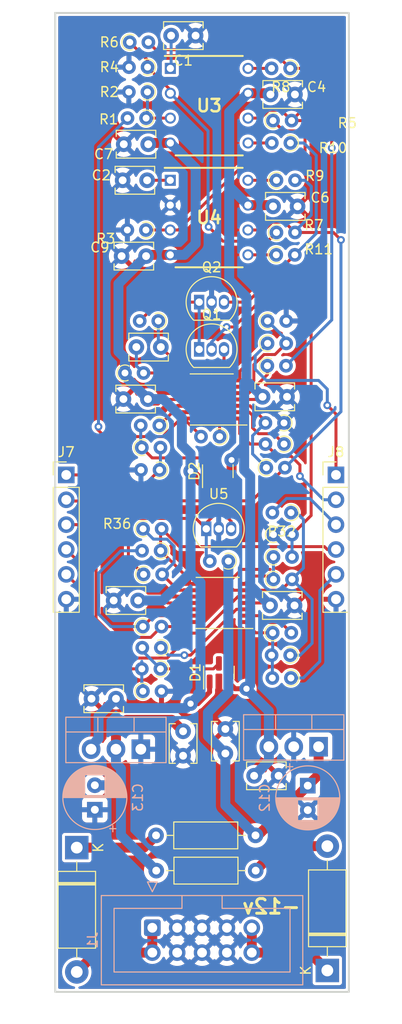
<source format=kicad_pcb>
(kicad_pcb (version 20211014) (generator pcbnew)
  (layers (0 "F.Cu" signal) (31 "B.Cu" signal) (34 "B.Paste" user) (35 "F.Paste" user) (36 "B.SilkS" user "B.Silkscreen") (37 "F.SilkS" user "F.Silkscreen") (38 "B.Mask" user) (39 "F.Mask" user) (44 "Edge.Cuts" user))
  (net 0 "")
  (net 1 "Net-(R8-Pad2)")
  (net 2 "+5V")
  (net 3 "BP_OUT")
  (net 4 "Net-(R10-Pad2)")
  (net 5 "-5V")
  (net 6 "Net-(R1-Pad1)")
  (net 7 "Net-(R4-Pad1)")
  (net 8 "Net-(C1-Pad2)")
  (net 9 "IN_BUFF")
  (net 10 "GND")
  (net 11 "Net-(R3-Pad1)")
  (net 12 "LP_OUT")
  (net 13 "Net-(R9-Pad1)")
  (net 14 "Control")
  (net 15 "Net-(R11-Pad1)")
  (net 16 "Net-(C2-Pad2)")
  (net 17 "Net-(Q1-Pad1)")
  (net 18 "Net-(Q1-Pad2)")
  (net 19 "Net-(C3-Pad2)")
  (net 20 "CV_IN_JACK")
  (net 21 "Net-(C3-Pad1)")
  (net 22 "Net-(R20-Pad1)")
  (net 23 "Net-(R22-Pad1)")
  (net 24 "BP_OUT_BUFF")
  (net 25 "HP_OUT_BUFF")
  (net 26 "CV_IN")
  (net 27 "IN_JACK")
  (net 28 "Net-(R29-Pad1)")
  (net 29 "Net-(R29-Pad2)")
  (net 30 "Net-(D1-Pad3)")
  (net 31 "Net-(R31-Pad1)")
  (net 32 "+1v")
  (net 33 "Net-(D2-Pad3)")
  (net 34 "+12V")
  (net 35 "Net-(R34-Pad2)")
  (net 36 "-12V")
  (net 37 "Net-(R37-Pad2)")
  (net 38 "-1v")
  (net 39 "Net-(D3-Pad1)")
  (net 40 "Net-(D3-Pad2)")
  (net 41 "Net-(D4-Pad1)")
  (net 42 "Net-(D4-Pad2)")
  (net 43 "Net-(R17-Pad1)")
  (net 44 "Net-(R19-Pad1)")
  (net 45 "Net-(R21-Pad1)")
  (net 46 "Net-(R28-Pad1)")
  (net 47 "Net-(R35-Pad2)")
  (net 48 "ATT_OUT")
  (net 49 "OFFSET_OUT")
  (net 50 "ATT_IN")
  (footprint "Resistor_THT:R_Axial_DIN0204_L3.6mm_D1.6mm_P1.90mm_Vertical" (layer "F.Cu") (at 252.405874 42.672 180)
    (fp_text reference "R2")
    (fp_text value "100r")
  )
  (footprint "Connector_PinHeader_2.54mm:PinHeader_1x06_P2.54mm_Vertical" (layer "F.Cu") (at 244.11 81.788)
    (fp_text reference "J7")
    (fp_text value "Conn_01x06_Male")
  )
  (footprint "Resistor_THT:R_Axial_DIN0204_L3.6mm_D1.6mm_P1.90mm_Vertical" (layer "F.Cu") (at 260.674 90.596 180)
    (fp_text reference "R34" hide)
    (fp_text value "4.99k")
  )
  (footprint "Capacitor_THT:C_Disc_D3.8mm_W2.6mm_P2.50mm" (layer "F.Cu") (at 249.988 48.006)
    (fp_text reference "C7")
    (fp_text value "10nf")
  )
  (footprint "Capacitor_THT:C_Disc_D3.8mm_W2.6mm_P2.50mm" (layer "F.Cu") (at 260.366 110.241 90)
    (fp_text reference "C14" hide)
    (fp_text value "330nf")
  )
  (footprint "Resistor_THT:R_Axial_DIN0204_L3.6mm_D1.6mm_P1.90mm_Vertical" (layer "F.Cu") (at 265.58914 51.689)
    (fp_text reference "R9")
    (fp_text value "1k")
  )
  (footprint "Resistor_THT:R_Axial_DIN0204_L3.6mm_D1.6mm_P1.90mm_Vertical" (layer "F.Cu") (at 252.01074 91.947295)
    (fp_text reference "R35" hide)
    (fp_text value "25k")
  )
  (footprint "Resistor_THT:R_Axial_DIN0204_L3.6mm_D1.6mm_P1.90mm_Vertical" (layer "F.Cu") (at 267.06619 102.533295 180)
    (fp_text reference "R30" hide)
    (fp_text value "5k")
  )
  (footprint "Resistor_THT:R_Axial_DIN0204_L3.6mm_D1.6mm_P1.90mm_Vertical" (layer "F.Cu") (at 264.55257 81.04857)
    (fp_text reference "R21" hide)
    (fp_text value "1k")
  )
  (footprint "Resistor_THT:R_Axial_DIN0204_L3.6mm_D1.6mm_P1.90mm_Vertical" (layer "F.Cu") (at 253.64157 81.28157 180)
    (fp_text reference "R12" hide)
    (fp_text value "100k")
  )
  (footprint "Capacitor_THT:C_Disc_D3.8mm_W2.6mm_P2.50mm" (layer "F.Cu") (at 264.16657 73.80957)
    (fp_text reference "C8" hide)
    (fp_text value "10nf")
  )
  (footprint "Resistor_THT:R_Axial_DIN0204_L3.6mm_D1.6mm_P1.90mm_Vertical" (layer "F.Cu") (at 265.58614 57.023)
    (fp_text reference "R7")
    (fp_text value "3.3k")
  )
  (footprint "Resistor_THT:R_Axial_DIN0204_L3.6mm_D1.6mm_P1.90mm_Vertical" (layer "F.Cu") (at 265.20174 97.916295)
    (fp_text reference "R29" hide)
    (fp_text value "1k")
  )
  (footprint "Capacitor_THT:C_Disc_D3.8mm_W2.6mm_P2.50mm" (layer "F.Cu") (at 253.77357 68.72957 180)
    (fp_text reference "C3" hide)
    (fp_text value "100pf")
  )
  (footprint "Capacitor_THT:C_Disc_D3.8mm_W2.6mm_P2.50mm" (layer "F.Cu") (at 249.19 104.648 180)
    (fp_text reference "C17" hide)
    (fp_text value "100nf")
  )
  (footprint "Resistor_THT:R_Axial_DIN0204_L3.6mm_D1.6mm_P1.90mm_Vertical" (layer "F.Cu") (at 265.236 45.593)
    (fp_text reference "R5")
    (fp_text value "3.3k")
  )
  (footprint "Resistor_THT:R_Axial_DIN0204_L3.6mm_D1.6mm_P1.90mm_Vertical" (layer "F.Cu") (at 266.99074 100.202295 180)
    (fp_text reference "R31" hide)
    (fp_text value "10k")
  )
  (footprint "Package_TO_SOT_SMD:SOT-23" (layer "F.Cu") (at 259.70674 101.980295 90)
    (fp_text reference "D1")
    (fp_text value "BAT54S" hide)
  )
  (footprint "Capacitor_THT:C_Disc_D3.8mm_W2.6mm_P2.50mm" (layer "F.Cu") (at 256.048 107.975 -90)
    (fp_text reference "C16" hide)
    (fp_text value "330nf")
  )
  (footprint "Package_TO_SOT_THT:TO-92_Inline" (layer "F.Cu") (at 258.416975 87.2936)
    (fp_text reference "U5")
    (fp_text value "TL431LP" hide)
  )
  (footprint "Resistor_THT:R_Axial_DIN0204_L3.6mm_D1.6mm_P1.90mm_Vertical" (layer "F.Cu") (at 264.684 66.06257)
    (fp_text reference "R20" hide)
    (fp_text value "1k")
  )
  (footprint "Diode_THT:D_DO-15_P12.70mm_Horizontal" (layer "F.Cu") (at 245.185 119.861 -90)
    (fp_text reference "D3" hide)
    (fp_text value "D" hide)
  )
  (footprint "Resistor_THT:R_Axial_DIN0204_L3.6mm_D1.6mm_P1.90mm_Vertical" (layer "F.Cu") (at 251.94374 97.281295)
    (fp_text reference "R38" hide)
    (fp_text value "10k")
  )
  (footprint "Resistor_THT:R_Axial_DIN0204_L3.6mm_D1.6mm_P1.90mm_Vertical" (layer "F.Cu") (at 252.418916 40.132 180)
    (fp_text reference "R4")
    (fp_text value "100r")
  )
  (footprint "Package_TO_SOT_SMD:SOT-23" (layer "F.Cu") (at 259.59457 81.40857 90)
    (fp_text reference "D2")
    (fp_text value "BAT54S" hide)
  )
  (footprint "Capacitor_THT:C_Disc_D3.8mm_W2.6mm_P2.50mm" (layer "F.Cu") (at 264.93374 95.122295)
    (fp_text reference "C10" hide)
    (fp_text value "10nf")
  )
  (footprint "Capacitor_THT:C_Disc_D3.8mm_W2.6mm_P2.50mm" (layer "F.Cu") (at 249.952 74.041)
    (fp_text reference "C5" hide)
    (fp_text value "10nf")
  )
  (footprint "Capacitor_THT:C_Disc_D3.8mm_W2.6mm_P2.50mm" (layer "F.Cu") (at 257.324189 36.912342 180)
    (fp_text reference "C1")
    (fp_text value "C")
  )
  (footprint "Resistor_THT:R_Axial_DIN0204_L3.6mm_D1.6mm_P1.90mm_Vertical" (layer "F.Cu") (at 266.35857 76.47657 180)
    (fp_text reference "R23" hide)
    (fp_text value "1k")
  )
  (footprint "Resistor_THT:R_Axial_DIN0204_L3.6mm_D1.6mm_P1.90mm_Vertical" (layer "F.Cu") (at 265.27874 90.169295)
    (fp_text reference "R14" hide)
    (fp_text value "10k")
  )
  (footprint "Resistor_THT:R_Axial_DIN0204_L3.6mm_D1.6mm_P1.90mm_Vertical" (layer "F.Cu") (at 265.27874 87.883295)
    (fp_text reference "R15" hide)
    (fp_text value "750r")
  )
  (footprint "Resistor_THT:R_Axial_DIN0204_L3.6mm_D1.6mm_P1.90mm_Vertical" (layer "F.Cu") (at 267.011 47.879 180)
    (fp_text reference "R10")
    (fp_text value "3k")
  )
  (footprint "Resistor_THT:R_Axial_DIN0204_L3.6mm_D1.6mm_P1.90mm_Vertical" (layer "F.Cu") (at 253.778 99.441 180)
    (fp_text reference "R28" hide)
    (fp_text value "100r")
  )
  (footprint "Resistor_THT:R_Axial_DIN0204_L3.6mm_D1.6mm_P1.90mm_Vertical" (layer "F.Cu") (at 265.56414 59.309)
    (fp_text reference "R11")
    (fp_text value "3k")
  )
  (footprint "Package_TO_SOT_THT:TO-92_Inline" (layer "F.Cu") (at 257.68957 64.13657)
    (fp_text reference "Q2")
    (fp_text value "2N3906" hide)
  )
  (footprint "Resistor_THT:R_Axial_DIN0204_L3.6mm_D1.6mm_P1.90mm_Vertical" (layer "F.Cu") (at 251.83157 78.99557)
    (fp_text reference "R13" hide)
    (fp_text value "499r")
  )
  (footprint "Connector_PinHeader_2.54mm:PinHeader_1x06_P2.54mm_Vertical" (layer "F.Cu") (at 271.669 81.788)
    (fp_text reference "J8")
    (fp_text value "Conn_01x06_Male")
  )
  (footprint "Resistor_THT:R_Axial_DIN0204_L3.6mm_D1.6mm_P1.90mm_Vertical" (layer "F.Cu") (at 264.65857 70.63457)
    (fp_text reference "R19" hide)
    (fp_text value "1k")
  )
  (footprint "Resistor_THT:R_Axial_DIN0204_L3.6mm_D1.6mm_P1.90mm_Vertical" (layer "F.Cu") (at 253.73119 101.6 180)
    (fp_text reference "R27" hide)
    (fp_text value "499r")
  )
  (footprint "Package_SO:TSSOP-14_4.4x5mm_P0.65mm" (layer "F.Cu") (at 258.97407 74.08057 180)
    (fp_text reference "U2" hide)
    (fp_text value "ADA4851-4")
  )
  (footprint "KiCad:DIP794W53P254L1016H394Q8N" (layer "F.Cu") (at 258.715 44.069)
    (fp_text reference "U3")
    (fp_text value "LT1228CN8#PBF" hide)
  )
  (footprint "KiCad:DIP794W53P254L1016H394Q8N" (layer "F.Cu") (at 258.70314 55.499)
    (fp_text reference "U4")
    (fp_text value "LT1228CN8#PBF" hide)
  )
  (footprint "Resistor_THT:R_Axial_DIN0204_L3.6mm_D1.6mm_P1.90mm_Vertical" (layer "F.Cu") (at 252.25114 56.769 180)
    (fp_text reference "R3")
    (fp_text value "100r")
  )
  (footprint "Resistor_THT:R_Axial_DIN0204_L3.6mm_D1.6mm_P1.90mm_Vertical" (layer "F.Cu") (at 265.27874 92.455295)
    (fp_text reference "R33" hide)
    (fp_text value "10k")
  )
  (footprint "Resistor_THT:R_Axial_DIN0204_L3.6mm_D1.6mm_P1.90mm_Vertical" (layer "F.Cu") (at 250.60014 37.592)
    (fp_text reference "R6")
    (fp_text value "3.3k")
  )
  (footprint "Resistor_THT:R_Axial_DIN0204_L3.6mm_D1.6mm_P1.90mm_Vertical" (layer "F.Cu") (at 266.35825 78.63557 180)
    (fp_text reference "R25" hide)
    (fp_text value "1k")
  )
  (footprint "Package_TO_SOT_THT:TO-92_Inline" (layer "F.Cu") (at 257.68957 68.96257)
    (fp_text reference "Q1")
    (fp_text value "2N3906" hide)
  )
  (footprint "Diode_THT:D_DO-15_P12.70mm_Horizontal" (layer "F.Cu") (at 270.785 132.411 90)
    (fp_text reference "D4" hide)
    (fp_text value "D" hide)
  )
  (footprint "Capacitor_THT:C_Disc_D3.8mm_W2.6mm_P2.50mm" (layer "F.Cu") (at 249.87414 51.689)
    (fp_text reference "C2")
    (fp_text value "C")
  )
  (footprint "Resistor_THT:R_Axial_DIN0204_L3.6mm_D1.6mm_P1.90mm_Vertical" (layer "F.Cu") (at 253.61957 76.73057 180)
    (fp_text reference "R17" hide)
    (fp_text value "100r")
  )
  (footprint "Resistor_THT:R_Axial_DIN0204_L3.6mm_D1.6mm_P1.90mm_Vertical" (layer "F.Cu") (at 252.268916 45.339 180)
    (fp_text reference "R1")
    (fp_text value "3.3k")
  )
  (footprint "Resistor_THT:R_Axial_DIN0204_L3.6mm_D1.6mm_P1.90mm_Vertical" (layer "F.Cu") (at 250.11 71.374)
    (fp_text reference "R16" hide)
    (fp_text value "51k")
  )
  (footprint "Resistor_THT:R_Axial_DIN0204_L3.6mm_D1.6mm_P1.90mm_Vertical" (layer "F.Cu") (at 251.94219 103.886)
    (fp_text reference "R26" hide)
    (fp_text value "100k")
  )
  (footprint "Resistor_THT:R_Axial_DIN0204_L3.6mm_D1.6mm_P1.90mm_Vertical" (layer "F.Cu") (at 259.77652 77.87357 180)
    (fp_text reference "R22" hide)
    (fp_text value "1k")
  )
  (footprint "Resistor_THT:R_Axial_DIN0204_L3.6mm_D1.6mm_P1.90mm_Vertical" (layer "F.Cu") (at 264.68057 68.34857)
    (fp_text reference "R24" hide)
    (fp_text value "1k")
  )
  (footprint "Capacitor_THT:C_Disc_D3.8mm_W2.6mm_P2.50mm" (layer "F.Cu") (at 248.956 94.615)
    (fp_text reference "C11" hide)
    (fp_text value "10nf")
  )
  (footprint "Capacitor_THT:C_Disc_D3.8mm_W2.6mm_P2.50mm" (layer "F.Cu") (at 264.974 42.926)
    (fp_text reference "C4")
    (fp_text value "10nf")
  )
  (footprint "Resistor_THT:R_Axial_DIN0204_L3.6mm_D1.6mm_P1.90mm_Vertical" (layer "F.Cu") (at 267.07119 85.642295 180)
    (fp_text reference "R32")
    (fp_text value "10k")
  )
  (footprint "Resistor_THT:R_Axial_DIN0207_L6.3mm_D2.5mm_P10.16mm_Horizontal" (layer "F.Cu") (at 253.285 118.611)
    (fp_text reference "FB1" hide)
    (fp_text value "FerriteBead" hide)
  )
  (footprint "Capacitor_THT:C_Disc_D3.8mm_W2.6mm_P2.50mm" (layer "F.Cu") (at 265.24114 54.356)
    (fp_text reference "C6")
    (fp_text value "10nf")
  )
  (footprint "Resistor_THT:R_Axial_DIN0207_L6.3mm_D2.5mm_P10.16mm_Horizontal" (layer "F.Cu") (at 263.465 122.211 180)
    (fp_text reference "FB2" hide)
    (fp_text value "FerriteBead" hide)
  )
  (footprint "Resistor_THT:R_Axial_DIN0204_L3.6mm_D1.6mm_P1.90mm_Vertical" (layer "F.Cu") (at 253.75374 89.534295 180)
    (fp_text reference "R37" hide)
    (fp_text value "10k")
  )
  (footprint "Resistor_THT:R_Axial_DIN0204_L3.6mm_D1.6mm_P1.90mm_Vertical" (layer "F.Cu") (at 251.95819 87.293295)
    (fp_text reference "R36")
    (fp_text value "10k")
  )
  (footprint "Resistor_THT:R_Axial_DIN0204_L3.6mm_D1.6mm_P1.90mm_Vertical" (layer "F.Cu") (at 253.51457 66.06257 180)
    (fp_text reference "R18" hide)
    (fp_text value "1k")
  )
  (footprint "Capacitor_THT:C_Disc_D3.8mm_W2.6mm_P2.50mm" (layer "F.Cu") (at 249.76714 59.436)
    (fp_text reference "C9")
    (fp_text value "10nf")
  )
  (footprint "Capacitor_THT:C_Disc_D3.8mm_W2.6mm_P2.50mm" (layer "F.Cu") (at 263.307 112.522)
    (fp_text reference "C15" hide)
    (fp_text value "100nf")
  )
  (footprint "Package_SO:TSSOP-14_4.4x5mm_P0.65mm" (layer "F.Cu") (at 259.57974 94.868295 180)
    (fp_text reference "U1" hide)
    (fp_text value "ADA4851-4" hide)
  )
  (footprint "Resistor_THT:R_Axial_DIN0204_L3.6mm_D1.6mm_P1.90mm_Vertical" (layer "F.Cu") (at 266.986 40.259 180)
    (fp_text reference "R8")
    (fp_text value "1k")
  )
  (footprint "Capacitor_THT:CP_Radial_D6.3mm_P2.50mm" (layer "B.Cu") (at 247.031 115.99066 90)
    (fp_text reference "C13")
    (fp_text value "10uf")
  )
  (footprint "Package_TO_SOT_THT:TO-220-3_Vertical" (layer "B.Cu") (at 269.891 109.555 180)
    (fp_text reference "U6" hide)
    (fp_text value "L7805")
  )
  (footprint "Package_TO_SOT_THT:TO-220-3_Vertical" (layer "B.Cu") (at 251.73 109.809 180)
    (fp_text reference "U7" hide)
    (fp_text value "L7905")
  )
  (footprint "Connector_IDC:IDC-Header_2x05_P2.54mm_Vertical" (layer "B.Cu") (at 252.905 128.0475 -90)
    (fp_text reference "J1")
    (fp_text value "Conn_02x05_Odd_Even")
  )
  (footprint "Capacitor_THT:CP_Radial_D6.3mm_P2.50mm" (layer "B.Cu") (at 268.785 113.528621 -90)
    (fp_text reference "C12")
    (fp_text value "10uf")
  )
  (gr_rect locked (start 242.985 34.6) (end 272.985 134.6) (layer "Edge.Cuts") (width 0.2) (fill none))
  (gr_text "-12v" (at 265.065 125.882) (layer "F.SilkS") (effects (font (size 1.5 1.5) (thickness 0.3)) (justify mirror)))
  (segment (start 262.684 40.259) (end 265.086 40.259) (width 0.3048) (layer "F.Cu") (net 1))
  (segment (start 262.67214 54.229) (end 265.11414 54.229) (width 1.016) (layer "F.Cu") (net 2))
  (segment (start 262.525 103.632) (end 261.370945 103.632) (width 0.508) (layer "F.Cu") (net 2))
  (segment (start 263.89557 74.08057) (end 264.16657 73.80957) (width 0.3048) (layer "F.Cu") (net 2))
  (segment (start 265.11414 54.229) (end 265.24114 54.356) (width 1.016) (layer "F.Cu") (net 2))
  (segment (start 264.67974 94.868295) (end 264.93374 95.122295) (width 0.3048) (layer "F.Cu") (net 2))
  (segment (start 261.83657 74.08057) (end 263.89557 74.08057) (width 0.3048) (layer "F.Cu") (net 2))
  (segment (start 261.370945 103.632) (end 260.65674 102.917795) (width 0.508) (layer "F.Cu") (net 2))
  (segment (start 262.684 42.799) (end 264.847 42.799) (width 1.016) (layer "F.Cu") (net 2))
  (segment (start 264.847 42.799) (end 264.974 42.926) (width 1.016) (layer "F.Cu") (net 2))
  (segment (start 262.44224 94.868295) (end 264.67974 94.868295) (width 0.3048) (layer "F.Cu") (net 2))
  (segment (start 261.001 80.264) (end 261.001 81.88964) (width 1.016) (layer "F.Cu") (net 2))
  (segment (start 261.001 81.88964) (end 260.54457 82.34607) (width 1.016) (layer "F.Cu") (net 2))
  (via (at 261.001 80.264) (size 1.4732) (drill 0.6096) (layers "F.Cu" "B.Cu") (net 2))
  (via (at 262.525 103.632) (size 1.4732) (drill 0.635) (layers "F.Cu" "B.Cu") (net 2))
  (segment (start 262.28697 78.85103) (end 262.28697 81.29597) (width 1.016) (layer "B.Cu") (net 2))
  (segment (start 262.906 102.367) (end 262.906 103.251) (width 1.016) (layer "B.Cu") (net 2))
  (segment (start 260.76014 61.86214) (end 262.525 63.627) (width 1.016) (layer "B.Cu") (net 2))
  (segment (start 262.525 63.627) (end 262.525 72.168) (width 1.016) (layer "B.Cu") (net 2))
  (segment (start 262.28697 72.40603) (end 262.28697 78.85103) (width 1.016) (layer "B.Cu") (net 2))
  (segment (start 262.525 72.168) (end 262.28697 72.40603) (width 1.016) (layer "B.Cu") (net 2))
  (segment (start 262.906 93.094555) (end 262.906 102.367) (width 1.016) (layer "B.Cu") (net 2))
  (segment (start 262.906 93.094555) (end 264.93374 95.122295) (width 1.016) (layer "B.Cu") (net 2))
  (segment (start 264.811 105.918) (end 262.525 103.632) (width 1.016) (layer "B.Cu") (net 2))
  (segment (start 264.811 109.555) (end 264.811 111.018) (width 1.016) (layer "B.Cu") (net 2))
  (segment (start 261.001 80.137) (end 261.001 80.264) (width 1.016) (layer "B.Cu") (net 2))
  (segment (start 260.76014 44.72286) (end 260.76014 52.317) (width 1.016) (layer "B.Cu") (net 2))
  (segment (start 262.906 81.915) (end 262.906 93.094555) (width 1.016) (layer "B.Cu") (net 2))
  (segment (start 262.525 72.168) (end 264.16657 73.80957) (width 1.016) (layer "B.Cu") (net 2))
  (segment (start 264.831 109.535) (end 264.811 109.555) (width 1.016) (layer "B.Cu") (net 2))
  (segment (start 264.811 109.555) (end 264.811 105.918) (width 1.016) (layer "B.Cu") (net 2))
  (segment (start 262.906 103.251) (end 262.525 103.632) (width 1.016) (layer "B.Cu") (net 2))
  (segment (start 262.28697 81.29597) (end 262.906 81.915) (width 1.016) (layer "B.Cu") (net 2))
  (segment (start 260.76014 52.317) (end 262.67214 54.229) (width 1.016) (layer "B.Cu") (net 2))
  (segment (start 262.28697 78.85103) (end 261.001 80.137) (width 1.016) (layer "B.Cu") (net 2))
  (segment (start 260.76014 52.317) (end 260.76014 61.86214) (width 1.016) (layer "B.Cu") (net 2))
  (segment (start 264.811 111.018) (end 263.307 112.522) (width 1.016) (layer "B.Cu") (net 2))
  (segment (start 262.684 42.799) (end 260.76014 44.72286) (width 1.016) (layer "B.Cu") (net 2))
  (segment (start 252.50014 37.592) (end 253.26214 38.354) (width 0.3048) (layer "F.Cu") (net 3))
  (segment (start 253.26214 38.354) (end 265.081 38.354) (width 0.3048) (layer "F.Cu") (net 3))
  (segment (start 264.798756 44.5374) (end 263.997156 45.339) (width 0.3048) (layer "F.Cu") (net 3))
  (segment (start 269.01514 40.894) (end 269.01514 43.71386) (width 0.3048) (layer "F.Cu") (net 3))
  (segment (start 270.60157 46.609) (end 271.23657 47.244) (width 0.3048) (layer "F.Cu") (net 3))
  (segment (start 269.01514 43.71386) (end 267.136 45.593) (width 0.3048) (layer "F.Cu") (net 3))
  (segment (start 266.0804 44.5374) (end 264.798756 44.5374) (width 0.3048) (layer "F.Cu") (net 3))
  (segment (start 265.081 38.354) (end 266.986 40.259) (width 0.3048) (layer "F.Cu") (net 3))
  (segment (start 266.986 40.259) (end 268.38014 40.259) (width 0.3048) (layer "F.Cu") (net 3))
  (segment (start 267.136 45.593) (end 266.0804 44.5374) (width 0.3048) (layer "F.Cu") (net 3))
  (segment (start 268.38014 40.259) (end 269.01514 40.894) (width 0.3048) (layer "F.Cu") (net 3))
  (segment (start 263.997156 45.339) (end 262.684 45.339) (width 0.3048) (layer "F.Cu") (net 3))
  (segment (start 269.58557 45.593) (end 270.60157 46.609) (width 0.3048) (layer "F.Cu") (net 3))
  (segment (start 271.23657 47.244) (end 271.23657 48.387) (width 0.3048) (layer "F.Cu") (net 3))
  (segment (start 267.136 45.593) (end 269.58557 45.593) (width 0.3048) (layer "F.Cu") (net 3))
  (via (at 271.23657 48.387) (size 0.8) (drill 0.4) (layers "F.Cu" "B.Cu") (net 3))
  (segment (start 271.23657 65.95657) (end 266.55857 70.63457) (width 0.3048) (layer "B.Cu") (net 3))
  (segment (start 271.23657 48.387) (end 271.23657 65.95657) (width 0.3048) (layer "B.Cu") (net 3))
  (segment (start 262.684 47.879) (end 265.111 47.879) (width 0.3048) (layer "F.Cu") (net 4))
  (segment (start 252.39414 59.309) (end 252.26714 59.436) (width 1.016) (layer "F.Cu") (net 5))
  (segment (start 256.81 81.407) (end 257.826 82.423) (width 1.016) (layer "F.Cu") (net 5))
  (segment (start 256.71724 94.868295) (end 254.45974 94.868295) (width 0.3048) (layer "F.Cu") (net 5))
  (segment (start 257.572 105.156) (end 258.75674 103.97126) (width 0.508) (layer "F.Cu") (net 5))
  (segment (start 252.492705 94.487295) (end 252.365 94.615) (width 0.3048) (layer "F.Cu") (net 5))
  (segment (start 254.746 47.879) (end 252.615 47.879) (width 1.016) (layer "F.Cu") (net 5))
  (segment (start 253.98657 74.06357) (end 253.50114 74.549) (width 0.3048) (layer "F.Cu") (net 5))
  (segment (start 252.365 94.615) (end 251.456 94.615) (width 0.3048) (layer "F.Cu") (net 5))
  (segment (start 252.615 47.879) (end 252.488 48.006) (width 1.016) (layer "F.Cu") (net 5))
  (segment (start 256.11157 74.08057) (end 254.00357 74.08057) (width 0.3048) (layer "F.Cu") (net 5))
  (segment (start 257.826 82.423) (end 258.56764 82.423) (width 1.016) (layer "F.Cu") (net 5))
  (segment (start 258.75674 103.97126) (end 258.75674 102.917795) (width 0.508) (layer "F.Cu") (net 5))
  (segment (start 258.56764 82.423) (end 258.64457 82.34607) (width 1.016) (layer "F.Cu") (net 5))
  (segment (start 256.81 105.156) (end 257.572 105.156) (width 0.508) (layer "F.Cu") (net 5))
  (segment (start 254.00357 74.08057) (end 253.98657 74.06357) (width 0.3048) (layer "F.Cu") (net 5))
  (segment (start 254.73414 59.309) (end 252.39414 59.309) (width 1.016) (layer "F.Cu") (net 5))
  (segment (start 252.96 74.549) (end 252.452 74.041) (width 0.3048) (layer "F.Cu") (net 5))
  (segment (start 253.50114 74.549) (end 252.96 74.549) (width 0.3048) (layer "F.Cu") (net 5))
  (segment (start 254.07874 94.487295) (end 252.492705 94.487295) (width 0.3048) (layer "F.Cu") (net 5))
  (segment (start 254.45974 94.868295) (end 254.07874 94.487295) (width 0.3048) (layer "F.Cu") (net 5))
  (via (at 256.81 81.407) (size 1.4732) (drill 0.6096) (layers "F.Cu" "B.Cu") (net 5))
  (via (at 256.81 105.156) (size 1.4732) (drill 0.635) (layers "F.Cu" "B.Cu") (net 5))
  (segment (start 254.73414 59.309) (end 256.18814 59.309) (width 1.016) (layer "B.Cu") (net 5))
  (segment (start 257.572 104.14) (end 257.572 104.394) (width 1.016) (layer "B.Cu") (net 5))
  (segment (start 256.81 79.629) (end 255.921 78.74) (width 1.016) (layer "B.Cu") (net 5))
  (segment (start 250.11 69.862) (end 250.11 71.374) (width 1.016) (layer "B.Cu") (net 5))
  (segment (start 249.19 104.648) (end 247.412 106.426) (width 1.016) (layer "B.Cu") (net 5))
  (segment (start 254.016 74.041) (end 252.452 74.041) (width 1.016) (layer "B.Cu") (net 5))
  (segment (start 247.412 106.426) (end 247.412 108.712) (width 1.016) (layer "B.Cu") (net 5))
  (segment (start 257.33114 58.166) (end 257.33114 50.46414) (width 1.016) (layer "B.Cu") (net 5))
  (segment (start 256.81 91.756035) (end 253.951035 94.615) (width 1.016) (layer "B.Cu") (net 5))
  (segment (start 255.921 78.74) (end 255.921 75.946) (width 1.016) (layer "B.Cu") (net 5))
  (segment (start 256.81 105.156) (end 256.3532 105.6128) (width 1.016) (layer "B.Cu") (net 5))
  (segment (start 256.81 79.629) (end 256.81 81.407) (width 1.016) (layer "B.Cu") (net 5))
  (segment (start 253.951035 94.615) (end 251.456 94.615) (width 1.016) (layer "B.Cu") (net 5))
  (segment (start 256.18814 59.309) (end 257.33114 58.166) (width 1.016) (layer "B.Cu") (net 5))
  (segment (start 257.826 92.772035) (end 256.81 91.756035) (width 1.016) (layer "B.Cu") (net 5))
  (segment (start 249.444 69.196) (end 250.11 69.862) (width 1.016) (layer "B.Cu") (net 5))
  (segment (start 257.826 104.14) (end 257.826 92.772035) (width 1.016) (layer "B.Cu") (net 5))
  (segment (start 250.11 71.699) (end 252.452 74.041) (width 1.016) (layer "B.Cu") (net 5))
  (segment (start 255.921 75.946) (end 254.016 74.041) (width 1.016) (layer "B.Cu") (net 5))
  (segment (start 250.1548 105.6128) (end 249.19 104.648) (width 1.016) (layer "B.Cu") (net 5))
  (segment (start 256.81 79.629) (end 256.81 91.756035) (width 1.016) (layer "B.Cu") (net 5))
  (segment (start 249.444 62.25914) (end 249.444 69.196) (width 1.016) (layer "B.Cu") (net 5))
  (segment (start 257.572 104.394) (end 256.81 105.156) (width 1.016) (layer "B.Cu") (net 5))
  (segment (start 247.412 108.712) (end 247.158 108.966) (width 1.016) (layer "B.Cu") (net 5))
  (segment (start 257.33114 50.46414) (end 254.746 47.879) (width 1.016) (layer "B.Cu") (net 5))
  (segment (start 252.26714 59.436) (end 249.444 62.25914) (width 1.016) (layer "B.Cu") (net 5))
  (segment (start 250.11 71.374) (end 250.11 71.699) (width 1.016) (layer "B.Cu") (net 5))
  (segment (start 256.3532 105.6128) (end 250.1548 105.6128) (width 1.016) (layer "B.Cu") (net 5))
  (segment (start 256.81 105.156) (end 257.826 104.14) (width 1.016) (layer "B.Cu") (net 5))
  (segment (start 254.746 45.339) (end 252.268916 45.339) (width 0.3048) (layer "F.Cu") (net 6))
  (segment (start 252.405874 45.202042) (end 252.268916 45.339) (width 0.3048) (layer "B.Cu") (net 6))
  (segment (start 252.405874 42.672) (end 252.405874 45.202042) (width 0.3048) (layer "B.Cu") (net 6))
  (segment (start 260.12514 57.912) (end 264.69714 57.912) (width 0.3048) (layer "F.Cu") (net 7))
  (segment (start 252.418916 39.410776) (end 252.418916 40.132) (width 0.3048) (layer "F.Cu") (net 7))
  (segment (start 264.69714 57.912) (end 265.58614 57.023) (width 0.3048) (layer "F.Cu") (net 7))
  (segment (start 252.418916 40.132) (end 254.746 42.459084) (width 0.3048) (layer "F.Cu") (net 7))
  (segment (start 250.60014 37.592) (end 252.418916 39.410776) (width 0.3048) (layer "F.Cu") (net 7))
  (segment (start 254.746 42.459084) (end 254.746 42.799) (width 0.3048) (layer "F.Cu") (net 7))
  (segment (start 258.65807 56.44493) (end 260.12514 57.912) (width 0.3048) (layer "F.Cu") (net 7))
  (via (at 258.65807 56.44493) (size 0.8) (drill 0.4) (layers "F.Cu" "B.Cu") (net 7))
  (segment (start 258.65807 56.44493) (end 258.60114 56.388) (width 0.3048) (layer "B.Cu") (net 7))
  (segment (start 258.60114 46.65414) (end 254.746 42.799) (width 0.3048) (layer "B.Cu") (net 7))
  (segment (start 258.60114 56.388) (end 258.60114 46.65414) (width 0.3048) (layer "B.Cu") (net 7))
  (segment (start 254.824189 36.912342) (end 254.824189 40.180811) (width 0.3048) (layer "B.Cu") (net 8))
  (segment (start 254.824189 40.180811) (end 254.746 40.259) (width 0.3048) (layer "B.Cu") (net 8))
  (segment (start 247.27557 77.11157) (end 247.27557 76.98457) (width 0.3048) (layer "F.Cu") (net 9))
  (segment (start 253.969414 77.87357) (end 253.24457 77.87357) (width 0.3048) (layer "F.Cu") (net 9))
  (segment (start 256.11157 76.03057) (end 256.11157 75.38057) (width 0.3048) (layer "F.Cu") (net 9))
  (segment (start 253.24457 77.87357) (end 248.03757 77.87357) (width 0.3048) (layer "F.Cu") (net 9))
  (segment (start 257.87652 77.79552) (end 256.11157 76.03057) (width 0.3048) (layer "F.Cu") (net 9))
  (segment (start 247.27557 76.98457) (end 247.40257 76.85757) (width 0.3048) (layer "F.Cu") (net 9))
  (segment (start 257.87652 77.87357) (end 257.87652 77.79552) (width 0.3048) (layer "F.Cu") (net 9))
  (segment (start 256.11157 75.731414) (end 253.969414 77.87357) (width 0.3048) (layer "F.Cu") (net 9))
  (segment (start 256.11157 75.38057) (end 256.11157 75.731414) (width 0.3048) (layer "F.Cu") (net 9))
  (segment (start 248.03757 77.87357) (end 247.27557 77.11157) (width 0.3048) (layer "F.Cu") (net 9))
  (via (at 247.40257 76.85757) (size 0.8) (drill 0.4) (layers "F.Cu" "B.Cu") (net 9))
  (segment (start 247.40257 76.85757) (end 247.40257 48.305346) (width 0.3048) (layer "B.Cu") (net 9))
  (segment (start 247.40257 48.305346) (end 250.368916 45.339) (width 0.3048) (layer "B.Cu") (net 9))
  (segment (start 255.55314 56.769) (end 254.73414 56.769) (width 0.3048) (layer "F.Cu") (net 11))
  (segment (start 262.41114 49.911) (end 255.55314 56.769) (width 0.3048) (layer "F.Cu") (net 11))
  (segment (start 266.60214 46.609) (end 266.64174 46.6486) (width 0.3048) (layer "F.Cu") (net 11))
  (segment (start 265.236 45.593) (end 266.252 46.609) (width 0.3048) (layer "F.Cu") (net 11))
  (segment (start 267.78474 46.6486) (end 268.50714 47.371) (width 0.3048) (layer "F.Cu") (net 11))
  (segment (start 254.73414 56.769) (end 252.25114 56.769) (width 0.3048) (layer "F.Cu") (net 11))
  (segment (start 267.74514 49.911) (end 262.41114 49.911) (width 0.3048) (layer "F.Cu") (net 11))
  (segment (start 266.252 46.609) (end 266.60214 46.609) (width 0.3048) (layer "F.Cu") (net 11))
  (segment (start 266.64174 46.6486) (end 267.78474 46.6486) (width 0.3048) (layer "F.Cu") (net 11))
  (segment (start 268.50714 49.149) (end 267.74514 49.911) (width 0.3048) (layer "F.Cu") (net 11))
  (segment (start 268.50714 47.371) (end 268.50714 49.149) (width 0.3048) (layer "F.Cu") (net 11))
  (segment (start 262.67214 56.769) (end 264.347296 56.769) (width 0.3048) (layer "F.Cu") (net 12))
  (segment (start 264.347296 56.769) (end 265.148896 55.9674) (width 0.3048) (layer "F.Cu") (net 12))
  (segment (start 265.148896 55.9674) (end 266.43054 55.9674) (width 0.3048) (layer "F.Cu") (net 12))
  (segment (start 266.45257 81.04857) (end 263.066845 84.434295) (width 0.3048) (layer "F.Cu") (net 12))
  (segment (start 271.415 57.023) (end 267.48614 57.023) (width 0.3048) (layer "F.Cu") (net 12))
  (segment (start 266.43054 55.9674) (end 267.48614 57.023) (width 0.3048) (layer "F.Cu") (net 12))
  (segment (start 245.400705 84.434295) (end 245.38 84.455) (width 0.3048) (layer "F.Cu") (net 12))
  (segment (start 245.38 84.455) (end 244.237 84.455) (width 0.3048) (layer "F.Cu") (net 12))
  (segment (start 244.237 84.455) (end 244.11 84.328) (width 0.3048) (layer "F.Cu") (net 12))
  (segment (start 263.066845 84.434295) (end 245.400705 84.434295) (width 0.3048) (layer "F.Cu") (net 12))
  (segment (start 272.177 57.785) (end 271.415 57.023) (width 0.3048) (layer "F.Cu") (net 12))
  (via (at 272.177 57.785) (size 0.8) (drill 0.4) (layers "F.Cu" "B.Cu") (net 12))
  (segment (start 268.50714 51.689) (end 269.14214 52.324) (width 0.3048) (layer "B.Cu") (net 12))
  (segment (start 266.45257 81.04857) (end 272.177 75.32414) (width 0.3048) (layer "B.Cu") (net 12))
  (segment (start 272.177 75.32414) (end 272.177 58.039) (width 0.3048) (layer "B.Cu") (net 12))
  (segment (start 272.177 58.039) (end 272.177 57.785) (width 0.3048) (layer "B.Cu") (net 12))
  (segment (start 267.48914 51.689) (end 268.50714 51.689) (width 0.3048) (layer "B.Cu") (net 12))
  (segment (start 269.14214 55.24) (end 267.48614 56.896) (width 0.3048) (layer "B.Cu") (net 12))
  (segment (start 269.14214 52.324) (end 269.14214 55.24) (width 0.3048) (layer "B.Cu") (net 12))
  (segment (start 265.58914 51.689) (end 262.67214 51.689) (width 0.3048) (layer "F.Cu") (net 13))
  (segment (start 262.63657 64.13657) (end 267.46414 59.309) (width 0.3048) (layer "F.Cu") (net 14))
  (segment (start 260.22957 64.13657) (end 262.63657 64.13657) (width 0.3048) (layer "F.Cu") (net 14))
  (segment (start 269.65014 49.149) (end 269.65014 57.123) (width 0.3048) (layer "B.Cu") (net 14))
  (segment (start 269.65014 57.123) (end 267.46414 59.309) (width 0.3048) (layer "B.Cu") (net 14))
  (segment (start 268.38014 47.879) (end 269.65014 49.149) (width 0.3048) (layer "B.Cu") (net 14))
  (segment (start 267.011 47.879) (end 268.38014 47.879) (width 0.3048) (layer "B.Cu") (net 14))
  (segment (start 262.67214 59.309) (end 265.56414 59.309) (width 0.3048) (layer "F.Cu") (net 15))
  (segment (start 254.73414 51.689) (end 252.37414 51.689) (width 0.3048) (layer "F.Cu") (net 16))
  (segment (start 251.61457 66.06257) (end 253.54057 64.13657) (width 0.3048) (layer "F.Cu") (net 17))
  (segment (start 253.54057 64.13657) (end 257.68957 64.13657) (width 0.3048) (layer "F.Cu") (net 17))
  (segment (start 257.68957 64.13657) (end 257.68957 68.96257) (width 0.3048) (layer "B.Cu") (net 17))
  (segment (start 269.129 65.913) (end 267.224 64.008) (width 0.3048) (layer "F.Cu") (net 18))
  (segment (start 267.224 64.008) (end 263.922 64.008) (width 0.3048) (layer "F.Cu") (net 18))
  (segment (start 263.922 64.008) (end 261.255 66.675) (width 0.3048) (layer "F.Cu") (net 18))
  (segment (start 261.255 66.675) (end 260.493 66.675) (width 0.3048) (layer "F.Cu") (net 18))
  (segment (start 269.129 85.933035) (end 269.129 65.913) (width 0.3048) (layer "F.Cu") (net 18))
  (segment (start 267.17874 87.883295) (end 269.129 85.933035) (width 0.3048) (layer "F.Cu") (net 18))
  (via (at 260.493 66.675) (size 0.8) (drill 0.4) (layers "F.Cu" "B.Cu") (net 18))
  (segment (start 258.95957 68.20843) (end 258.95957 68.96257) (width 0.3048) (layer "B.Cu") (net 18))
  (segment (start 260.493 66.675) (end 258.95957 68.20843) (width 0.3048) (layer "B.Cu") (net 18))
  (segment (start 267.17874 87.883295) (end 267.17874 90.169295) (width 0.3048) (layer "B.Cu") (net 18))
  (segment (start 257.46637 72.78057) (end 256.11157 72.78057) (width 0.3048) (layer "F.Cu") (net 19))
  (segment (start 252.01 71.374) (end 253.522 71.374) (width 0.3048) (layer "F.Cu") (net 19))
  (segment (start 254.92857 72.78057) (end 256.11157 72.78057) (width 0.3048) (layer "F.Cu") (net 19))
  (segment (start 253.522 71.374) (end 254.92857 72.78057) (width 0.3048) (layer "F.Cu") (net 19))
  (segment (start 260.22957 70.01737) (end 257.46637 72.78057) (width 0.3048) (layer "F.Cu") (net 19))
  (segment (start 260.22957 68.96257) (end 260.22957 70.01737) (width 0.3048) (layer "F.Cu") (net 19))
  (segment (start 251.27357 68.72957) (end 251.27357 70.63757) (width 0.3048) (layer "B.Cu") (net 19))
  (segment (start 251.27357 70.63757) (end 252.01 71.374) (width 0.3048) (layer "B.Cu") (net 19))
  (segment (start 246.015 100.076) (end 247.539 101.6) (width 0.3048) (layer "F.Cu") (net 20))
  (segment (start 246.015 93.853) (end 246.015 100.076) (width 0.3048) (layer "F.Cu") (net 20))
  (segment (start 244.11 91.948) (end 246.015 93.853) (width 0.3048) (layer "F.Cu") (net 20))
  (segment (start 247.539 101.6) (end 251.83119 101.6) (width 0.3048) (layer "F.Cu") (net 20))
  (segment (start 251.83119 100.838) (end 251.83119 103.013) (width 0.3048) (layer "B.Cu") (net 20))
  (segment (start 251.83119 103.013) (end 251.94219 103.124) (width 0.3048) (layer "B.Cu") (net 20))
  (segment (start 253.77357 68.72957) (end 256.11157 71.06757) (width 0.3048) (layer "F.Cu") (net 21))
  (segment (start 256.11157 71.06757) (end 256.11157 72.13057) (width 0.3048) (layer "F.Cu") (net 21))
  (segment (start 253.51457 68.47057) (end 253.77357 68.72957) (width 0.3048) (layer "B.Cu") (net 21))
  (segment (start 253.51457 66.06257) (end 253.51457 68.47057) (width 0.3048) (layer "B.Cu") (net 21))
  (segment (start 262.65557 72.78057) (end 263.27757 72.15857) (width 0.3048) (layer "F.Cu") (net 22))
  (segment (start 263.27757 70.522726) (end 264.308726 69.49157) (width 0.3048) (layer "F.Cu") (net 22))
  (segment (start 265.43757 69.49157) (end 266.58057 68.34857) (width 0.3048) (layer "F.Cu") (net 22))
  (segment (start 261.83657 72.78057) (end 262.65557 72.78057) (width 0.3048) (layer "F.Cu") (net 22))
  (segment (start 263.27757 72.15857) (end 263.27757 70.522726) (width 0.3048) (layer "F.Cu") (net 22))
  (segment (start 264.308726 69.49157) (end 265.43757 69.49157) (width 0.3048) (layer "F.Cu") (net 22))
  (segment (start 264.684 66.06257) (end 264.684 66.421) (width 0.3048) (layer "B.Cu") (net 22))
  (segment (start 266.46857 68.23657) (end 266.58057 68.34857) (width 0.3048) (layer "B.Cu") (net 22))
  (segment (start 264.684 66.06257) (end 266.58057 67.95914) (width 0.3048) (layer "B.Cu") (net 22))
  (segment (start 266.58057 67.95914) (end 266.58057 68.34857) (width 0.3048) (layer "B.Cu") (net 22))
  (segment (start 261.83657 75.38057) (end 260.18257 75.38057) (width 0.3048) (layer "F.Cu") (net 23))
  (segment (start 259.77652 75.78662) (end 259.77652 77.87357) (width 0.3048) (layer "F.Cu") (net 23))
  (segment (start 263.74597 77.57997) (end 263.15057 76.98457) (width 0.3048) (layer "F.Cu") (net 23))
  (segment (start 265.30265 77.57997) (end 263.74597 77.57997) (width 0.3048) (layer "F.Cu") (net 23))
  (segment (start 260.18257 75.38057) (end 259.77652 75.78662) (width 0.3048) (layer "F.Cu") (net 23))
  (segment (start 262.81657 75.38057) (end 261.83657 75.38057) (width 0.3048) (layer "F.Cu") (net 23))
  (segment (start 263.15057 75.71457) (end 262.81657 75.38057) (width 0.3048) (layer "F.Cu") (net 23))
  (segment (start 263.15057 76.98457) (end 263.15057 75.71457) (width 0.3048) (layer "F.Cu") (net 23))
  (segment (start 266.35825 78.63557) (end 265.30265 77.57997) (width 0.3048) (layer "F.Cu") (net 23))
  (segment (start 261.83657 72.13057) (end 261.83657 71.19257) (width 0.3048) (layer "F.Cu") (net 24))
  (segment (start 261.83657 71.19257) (end 264.68057 68.34857) (width 0.3048) (layer "F.Cu") (net 24))
  (segment (start 271.669 75.565) (end 271.669 81.788) (width 0.3048) (layer "F.Cu") (net 24))
  (segment (start 270.78 74.676) (end 271.669 75.565) (width 0.3048) (layer "F.Cu") (net 24))
  (via (at 270.78 74.676) (size 0.8) (drill 0.4) (layers "F.Cu" "B.Cu") (net 24))
  (segment (start 270.78 73.025) (end 270.78 74.676) (width 0.3048) (layer "B.Cu") (net 24))
  (segment (start 263.414 70.993) (end 264.557 72.136) (width 0.3048) (layer "B.Cu") (net 24))
  (segment (start 269.891 72.136) (end 270.78 73.025) (width 0.3048) (layer "B.Cu") (net 24))
  (segment (start 263.414 69.61514) (end 263.414 70.993) (width 0.3048) (layer "B.Cu") (net 24))
  (segment (start 264.557 72.136) (end 269.891 72.136) (width 0.3048) (layer "B.Cu") (net 24))
  (segment (start 264.68057 68.34857) (end 263.414 69.61514) (width 0.3048) (layer "B.Cu") (net 24))
  (segment (start 261.83657 76.03057) (end 261.83657 77.57557) (width 0.3048) (layer "F.Cu") (net 25))
  (segment (start 267.986 80.772) (end 267.986 81.915) (width 0.3048) (layer "F.Cu") (net 25))
  (segment (start 266.843 79.883) (end 267.097 79.883) (width 0.3048) (layer "F.Cu") (net 25))
  (segment (start 267.097 79.883) (end 267.986 80.772) (width 0.3048) (layer "F.Cu") (net 25))
  (segment (start 262.89657 78.63557) (end 264.45825 78.63557) (width 0.3048) (layer "F.Cu") (net 25))
  (segment (start 261.83657 77.57557) (end 262.89657 78.63557) (width 0.3048) (layer "F.Cu") (net 25))
  (segment (start 265.70568 79.883) (end 266.843 79.883) (width 0.3048) (layer "F.Cu") (net 25))
  (segment (start 264.45825 78.63557) (end 265.70568 79.883) (width 0.3048) (layer "F.Cu") (net 25))
  (via (at 267.986 81.915) (size 0.8) (drill 0.4) (layers "F.Cu" "B.Cu") (net 25))
  (segment (start 270.399 84.328) (end 271.669 84.328) (width 0.3048) (layer "B.Cu") (net 25))
  (segment (start 267.986 81.915) (end 270.399 84.328) (width 0.3048) (layer "B.Cu") (net 25))
  (segment (start 263.13419 92.119295) (end 264.94274 92.119295) (width 0.3048) (layer "F.Cu") (net 26))
  (segment (start 262.44224 92.918295) (end 262.44224 92.811245) (width 0.3048) (layer "F.Cu") (net 26))
  (segment (start 264.94274 92.119295) (end 265.27874 92.455295) (width 0.3048) (layer "F.Cu") (net 26))
  (segment (start 262.44224 92.811245) (end 263.13419 92.119295) (width 0.3048) (layer "F.Cu") (net 26))
  (segment (start 265.27874 90.169295) (end 265.27874 92.455295) (width 0.3048) (layer "B.Cu") (net 26))
  (segment (start 251.61114 83.312) (end 248.682 83.312) (width 0.3048) (layer "F.Cu") (net 27))
  (segment (start 248.682 83.312) (end 247.158 81.788) (width 0.3048) (layer "F.Cu") (net 27))
  (segment (start 253.64157 81.28157) (end 251.61114 83.312) (width 0.3048) (layer "F.Cu") (net 27))
  (segment (start 247.158 81.788) (end 244.11 81.788) (width 0.3048) (layer "F.Cu") (net 27))
  (segment (start 253.73157 81.19157) (end 253.64157 81.28157) (width 0.3048) (layer "B.Cu") (net 27))
  (segment (start 253.73157 78.99557) (end 253.73157 81.19157) (width 0.3048) (layer "B.Cu") (net 27))
  (segment (start 262.44224 96.888345) (end 263.47019 97.916295) (width 0.3048) (layer "F.Cu") (net 28))
  (segment (start 263.47019 97.916295) (end 265.20174 97.916295) (width 0.3048) (layer "F.Cu") (net 28))
  (segment (start 262.44224 96.818295) (end 262.44224 96.888345) (width 0.3048) (layer "F.Cu") (net 28))
  (segment (start 265.16619 102.533295) (end 265.16619 100.277745) (width 0.3048) (layer "B.Cu") (net 28))
  (segment (start 265.20174 100.091295) (end 265.09074 100.202295) (width 0.3048) (layer "B.Cu") (net 28))
  (segment (start 265.16619 100.277745) (end 265.09074 100.202295) (width 0.3048) (layer "B.Cu") (net 28))
  (segment (start 265.20174 97.916295) (end 265.20174 100.091295) (width 0.3048) (layer "B.Cu") (net 28))
  (segment (start 264.678664 96.860695) (end 266.04614 96.860695) (width 0.3048) (layer "F.Cu") (net 29))
  (segment (start 262.44224 96.168295) (end 263.986264 96.168295) (width 0.3048) (layer "F.Cu") (net 29))
  (segment (start 263.986264 96.168295) (end 264.678664 96.860695) (width 0.3048) (layer "F.Cu") (net 29))
  (segment (start 266.04614 96.860695) (end 267.10174 97.916295) (width 0.3048) (layer "F.Cu") (net 29))
  (segment (start 253.73119 101.6) (end 259.149535 101.6) (width 0.3048) (layer "F.Cu") (net 30))
  (segment (start 259.149535 101.6) (end 259.70674 101.042795) (width 0.3048) (layer "F.Cu") (net 30))
  (segment (start 251.878 99.74681) (end 253.73119 101.6) (width 0.3048) (layer "B.Cu") (net 30))
  (segment (start 251.878 99.441) (end 251.878 99.74681) (width 0.3048) (layer "B.Cu") (net 30))
  (segment (start 262.017 91.44) (end 264.938 91.44) (width 0.3048) (layer "F.Cu") (net 31))
  (segment (start 266.06574 93.568295) (end 267.17874 92.455295) (width 0.3048) (layer "F.Cu") (net 31))
  (segment (start 261.255 92.202) (end 262.017 91.44) (width 0.3048) (layer "F.Cu") (net 31))
  (segment (start 260.874 92.583) (end 261.255 92.202) (width 0.3048) (layer "F.Cu") (net 31))
  (segment (start 260.874 93.218) (end 260.874 92.583) (width 0.3048) (layer "F.Cu") (net 31))
  (segment (start 261.224295 93.568295) (end 260.874 93.218) (width 0.3048) (layer "F.Cu") (net 31))
  (segment (start 262.44224 93.568295) (end 261.224295 93.568295) (width 0.3048) (layer "F.Cu") (net 31))
  (segment (start 262.44224 93.568295) (end 266.06574 93.568295) (width 0.3048) (layer "F.Cu") (net 31))
  (segment (start 267.07119 85.642295) (end 267.65524 85.642295) (width 0.3048) (layer "B.Cu") (net 31))
  (segment (start 269.23019 98.977295) (end 269.23019 94.506745) (width 0.3048) (layer "B.Cu") (net 31))
  (segment (start 269.23019 94.506745) (end 267.17874 92.455295) (width 0.3048) (layer "B.Cu") (net 31))
  (segment (start 266.99074 100.202295) (end 268.00519 100.202295) (width 0.3048) (layer "B.Cu") (net 31))
  (segment (start 268.00519 100.202295) (end 269.23019 98.977295) (width 0.3048) (layer "B.Cu") (net 31))
  (segment (start 268.34119 91.292845) (end 268.34119 86.328245) (width 0.3048) (layer "B.Cu") (net 31))
  (segment (start 267.17874 92.455295) (end 268.34119 91.292845) (width 0.3048) (layer "B.Cu") (net 31))
  (segment (start 267.65524 85.642295) (end 268.34119 86.328245) (width 0.3048) (layer "B.Cu") (net 31))
  (segment (start 249.0234 98.3854) (end 247.158 96.52) (width 0.3048) (layer "F.Cu") (net 32))
  (segment (start 253.84374 97.281295) (end 252.739635 98.3854) (width 0.3048) (layer "F.Cu") (net 32))
  (segment (start 252.739635 98.3854) (end 249.0234 98.3854) (width 0.3048) (layer "F.Cu") (net 32))
  (segment (start 247.158 96.52) (end 247.158 88.773) (width 0.3048) (layer "F.Cu") (net 32))
  (segment (start 256.25424 97.281295) (end 256.71724 96.818295) (width 0.3048) (layer "F.Cu") (net 32))
  (segment (start 245.253 86.868) (end 244.11 86.868) (width 0.3048) (layer "F.Cu") (net 32))
  (segment (start 247.158 88.773) (end 245.253 86.868) (width 0.3048) (layer "F.Cu") (net 32))
  (segment (start 253.84374 97.281295) (end 256.25424 97.281295) (width 0.3048) (layer "F.Cu") (net 32))
  (segment (start 252.88717 80.05117) (end 251.83157 78.99557) (width 0.3048) (layer "F.Cu") (net 33))
  (segment (start 259.17467 80.05117) (end 252.88717 80.05117) (width 0.3048) (layer "F.Cu") (net 33))
  (segment (start 259.59457 80.47107) (end 259.17467 80.05117) (width 0.3048) (layer "F.Cu") (net 33))
  (segment (start 251.71957 76.73057) (end 251.71957 78.88357) (width 0.3048) (layer "B.Cu") (net 33))
  (segment (start 251.71957 78.88357) (end 251.83157 78.99557) (width 0.3048) (layer "B.Cu") (net 33))
  (segment (start 269.891 109.555) (end 269.891 112.422621) (width 1.016) (layer "F.Cu") (net 34))
  (segment (start 269.891 112.422621) (end 268.785 113.528621) (width 1.016) (layer "F.Cu") (net 34))
  (segment (start 263.445 118.611) (end 263.702621 118.611) (width 1.016) (layer "F.Cu") (net 34))
  (segment (start 263.702621 118.611) (end 268.785 113.528621) (width 1.016) (layer "F.Cu") (net 34))
  (segment (start 260.674 103.959) (end 258.588 106.045) (width 1.016) (layer "B.Cu") (net 34))
  (segment (start 260.366 110.241) (end 260.366 115.532) (width 1.016) (layer "B.Cu") (net 34))
  (segment (start 260.366 115.532) (end 263.445 118.611) (width 1.016) (layer "B.Cu") (net 34))
  (segment (start 258.588 108.463) (end 260.366 110.241) (width 1.016) (layer "B.Cu") (net 34))
  (segment (start 260.674 90.596) (end 260.674 103.959) (width 1.016) (layer "B.Cu") (net 34))
  (segment (start 258.588 106.045) (end 258.588 108.463) (width 1.016) (layer "B.Cu") (net 34))
  (segment (start 260.956975 86.52595) (end 260.283025 85.852) (width 0.3048) (layer "F.Cu") (net 35))
  (segment (start 259.267025 85.852) (end 258.416975 86.70205) (width 0.3048) (layer "F.Cu") (net 35))
  (segment (start 250.46 86.995) (end 250.46 90.396555) (width 0.3048) (layer "F.Cu") (net 35))
  (segment (start 251.222 86.233) (end 250.46 86.995) (width 0.3048) (layer "F.Cu") (net 35))
  (segment (start 258.416975 86.70205) (end 258.416975 87.2936) (width 0.3048) (layer "F.Cu") (net 35))
  (segment (start 258.416975 87.2936) (end 257.356375 86.233) (width 0.3048) (layer "F.Cu") (net 35))
  (segment (start 250.46 90.396555) (end 252.01074 91.947295) (width 0.3048) (layer "F.Cu") (net 35))
  (segment (start 257.356375 86.233) (end 251.222 86.233) (width 0.3048) (layer "F.Cu") (net 35))
  (segment (start 260.283025 85.852) (end 259.267025 85.852) (width 0.3048) (layer "F.Cu") (net 35))
  (segment (start 260.956975 87.2936) (end 260.956975 86.52595) (width 0.3048) (layer "F.Cu") (net 35))
  (segment (start 258.416975 87.01695) (end 258.416975 87.2936) (width 0.3048) (layer "B.Cu") (net 35))
  (segment (start 258.416975 90.238975) (end 258.774 90.596) (width 0.3048) (layer "B.Cu") (net 35))
  (segment (start 258.416975 87.2936) (end 258.416975 90.238975) (width 0.3048) (layer "B.Cu") (net 35))
  (segment (start 249.19 107.888) (end 250.271 106.807) (width 1.016) (layer "F.Cu") (net 36))
  (segment (start 254.88 106.807) (end 256.048 107.975) (width 1.016) (layer "F.Cu") (net 36))
  (segment (start 250.271 106.807) (end 254.88 106.807) (width 1.016) (layer "F.Cu") (net 36))
  (segment (start 249.19 109.809) (end 249.19 107.888) (width 1.016) (layer "F.Cu") (net 36))
  (segment (start 249.62566 113.49066) (end 249.698 113.563) (width 1.016) (layer "B.Cu") (net 36))
  (segment (start 247.031 113.49066) (end 249.62566 113.49066) (width 1.016) (layer "B.Cu") (net 36))
  (segment (start 249.698 113.563) (end 249.698 111.785) (width 1.016) (layer "B.Cu") (net 36))
  (segment (start 249.19 111.277) (end 249.19 109.809) (width 1.016) (layer "B.Cu") (net 36))
  (segment (start 249.698 118.604) (end 249.698 113.563) (width 1.016) (layer "B.Cu") (net 36))
  (segment (start 249.698 111.785) (end 249.19 111.277) (width 1.016) (layer "B.Cu") (net 36))
  (segment (start 253.305 122.211) (end 249.698 118.604) (width 1.016) (layer "B.Cu") (net 36))
  (segment (start 253.05674 96.168295) (end 256.71724 96.168295) (width 0.3048) (layer "F.Cu") (net 37))
  (segment (start 251.94374 97.281295) (end 253.05674 96.168295) (width 0.3048) (layer "F.Cu") (net 37))
  (segment (start 251.94374 97.281295) (end 248.681295 97.281295) (width 0.3048) (layer "B.Cu") (net 37))
  (segment (start 249.698705 89.534295) (end 251.85374 89.534295) (width 0.3048) (layer "B.Cu") (net 37))
  (segment (start 248.681295 97.281295) (end 247.412 96.012) (width 0.3048) (layer "B.Cu") (net 37))
  (segment (start 247.412 96.012) (end 247.412 91.821) (width 0.3048) (layer "B.Cu") (net 37))
  (segment (start 247.412 91.821) (end 249.698705 89.534295) (width 0.3048) (layer "B.Cu") (net 37))
  (segment (start 255.565948 89.001052) (end 255.678591 89.113695) (width 0.3048) (layer "F.Cu") (net 38))
  (segment (start 270.78 89.408) (end 271.669 89.408) (width 0.3048) (layer "F.Cu") (net 38))
  (segment (start 255.678591 89.113695) (end 270.485695 89.113695) (width 0.3048) (layer "F.Cu") (net 38))
  (segment (start 270.485695 89.113695) (end 270.78 89.408) (width 0.3048) (layer "F.Cu") (net 38))
  (segment (start 256.71724 92.918295) (end 256.71724 92.497795) (width 0.3048) (layer "F.Cu") (net 38))
  (segment (start 253.85819 87.293295) (end 255.565948 89.001052) (width 0.3048) (layer "F.Cu") (net 38))
  (segment (start 253.75374 89.534295) (end 253.75374 87.397745) (width 0.3048) (layer "F.Cu") (net 38))
  (segment (start 256.71724 92.497795) (end 253.75374 89.534295) (width 0.3048) (layer "F.Cu") (net 38))
  (segment (start 253.75374 87.397745) (end 253.85819 87.293295) (width 0.3048) (layer "F.Cu") (net 38))
  (segment (start 255.565948 89.001052) (end 255.67859 89.113695) (width 0.3048) (layer "F.Cu") (net 38))
  (segment (start 245.185 119.861) (end 252.035 119.861) (width 1.016) (layer "F.Cu") (net 39))
  (segment (start 252.035 119.861) (end 253.285 118.611) (width 1.016) (layer "F.Cu") (net 39))
  (segment (start 247.1585 130.5875) (end 245.185 132.561) (width 1.016) (layer "F.Cu") (net 40))
  (segment (start 252.905 130.5875) (end 247.1585 130.5875) (width 1.016) (layer "F.Cu") (net 40))
  (segment (start 252.905 128.0475) (end 252.905 130.5875) (width 1.016) (layer "F.Cu") (net 40))
  (segment (start 263.065 130.5875) (end 268.9615 130.5875) (width 1.016) (layer "F.Cu") (net 41))
  (segment (start 263.065 128.0475) (end 263.065 130.5875) (width 1.016) (layer "F.Cu") (net 41))
  (segment (start 268.9615 130.5875) (end 270.785 132.411) (width 1.016) (layer "F.Cu") (net 41))
  (segment (start 265.965 119.711) (end 263.465 122.211) (width 1.016) (layer "F.Cu") (net 42))
  (segment (start 270.785 119.711) (end 265.965 119.711) (width 1.016) (layer "F.Cu") (net 42))
  (segment (start 256.11157 74.73057) (end 255.23143 74.73057) (width 0.3048) (layer "F.Cu") (net 43))
  (segment (start 254.905 75.44514) (end 253.61957 76.73057) (width 0.3048) (layer "F.Cu") (net 43))
  (segment (start 255.23143 74.73057) (end 254.905 75.057) (width 0.3048) (layer "F.Cu") (net 43))
  (segment (start 254.905 75.057) (end 254.905 75.44514) (width 0.3048) (layer "F.Cu") (net 43))
  (segment (start 264.65857 71.53957) (end 264.65857 70.63457) (width 0.3048) (layer "F.Cu") (net 44))
  (segment (start 261.83657 73.43057) (end 262.76757 73.43057) (width 0.3048) (layer "F.Cu") (net 44))
  (segment (start 262.76757 73.43057) (end 264.65857 71.53957) (width 0.3048) (layer "F.Cu") (net 44))
  (segment (start 262.88499 74.73057) (end 264.45857 76.30415) (width 0.3048) (layer "F.Cu") (net 45))
  (segment (start 264.45857 76.30415) (end 264.45857 76.47657) (width 0.3048) (layer "F.Cu") (net 45))
  (segment (start 261.83657 74.73057) (end 262.88499 74.73057) (width 0.3048) (layer "F.Cu") (net 45))
  (segment (start 264.45857 76.47657) (end 263.15057 77.78457) (width 0.3048) (layer "B.Cu") (net 45))
  (segment (start 263.15057 77.78457) (end 263.15057 79.64657) (width 0.3048) (layer "B.Cu") (net 45))
  (segment (start 263.15057 79.64657) (end 264.55257 81.04857) (width 0.3048) (layer "B.Cu") (net 45))
  (segment (start 256.81 100.203) (end 261.494705 95.518295) (width 0.3048) (layer "F.Cu") (net 46))
  (segment (start 261.494705 95.518295) (end 262.44224 95.518295) (width 0.3048) (layer "F.Cu") (net 46))
  (segment (start 256.175 100.203) (end 256.81 100.203) (width 0.3048) (layer "F.Cu") (net 46))
  (via (at 256.175 100.203) (size 0.8) (drill 0.4) (layers "F.Cu" "B.Cu") (net 46))
  (segment (start 256.175 100.203) (end 254.54 100.203) (width 0.3048) (layer "B.Cu") (net 46))
  (segment (start 254.54 100.203) (end 253.778 99.441) (width 0.3048) (layer "B.Cu") (net 46))
  (segment (start 253.91074 91.947295) (end 255.53174 93.568295) (width 0.3048) (layer "F.Cu") (net 47))
  (segment (start 255.53174 93.568295) (end 256.71724 93.568295) (width 0.3048) (layer "F.Cu") (net 47))
  (segment (start 254.41079 88.348895) (end 255.13319 89.071295) (width 0.3048) (layer "B.Cu") (net 47))
  (segment (start 255.13319 89.071295) (end 255.13319 90.724845) (width 0.3048) (layer "B.Cu") (net 47))
  (segment (start 253.01379 88.348895) (end 254.41079 88.348895) (width 0.3048) (layer "B.Cu") (net 47))
  (segment (start 255.13319 90.724845) (end 253.91074 91.947295) (width 0.3048) (layer "B.Cu") (net 47))
  (segment (start 251.95819 87.293295) (end 253.01379 88.348895) (width 0.3048) (layer "B.Cu") (net 47))
  (segment (start 246.523 98.806) (end 246.523 91.821) (width 0.3048) (layer "F.Cu") (net 48))
  (segment (start 254.420751 100.4966) (end 248.2136 100.4966) (width 0.3048) (layer "F.Cu") (net 48))
  (segment (start 248.2136 100.4966) (end 246.523 98.806) (width 0.3048) (layer "F.Cu") (net 48))
  (segment (start 262.44224 94.218295) (end 261.651705 94.218295) (width 0.3048) (layer "F.Cu") (net 48))
  (segment (start 261.651705 94.218295) (end 257.921325 97.948675) (width 0.3048) (layer "F.Cu") (net 48))
  (segment (start 257.921325 97.948675) (end 256.968675 97.948675) (width 0.3048) (layer "F.Cu") (net 48))
  (segment (start 246.523 91.821) (end 244.11 89.408) (width 0.3048) (layer "F.Cu") (net 48))
  (segment (start 256.968675 97.948675) (end 254.420751 100.4966) (width 0.3048) (layer "F.Cu") (net 48))
  (segment (start 269.002 84.201) (end 271.669 86.868) (width 0.3048) (layer "B.Cu") (net 49))
  (segment (start 266.612485 84.201) (end 269.002 84.201) (width 0.3048) (layer "B.Cu") (net 49))
  (segment (start 265.17119 85.642295) (end 266.612485 84.201) (width 0.3048) (layer "B.Cu") (net 49))
  (segment (start 267.06619 102.533295) (end 268.322705 102.533295) (width 0.3048) (layer "B.Cu") (net 50))
  (segment (start 270.018 93.599) (end 271.669 91.948) (width 0.3048) (layer "B.Cu") (net 50))
  (segment (start 270.018 100.838) (end 270.018 93.599) (width 0.3048) (layer "B.Cu") (net 50))
  (segment (start 268.322705 102.533295) (end 270.018 100.838) (width 0.3048) (layer "B.Cu") (net 50))
  (zone (net 10) (net_name "GND") (layers F&B.Cu) (connect_pads (clearance 0.3048)) (min_thickness 0.254) (fill yes (thermal_gap 0.508) (thermal_bridge_width 0.508))
    (polygon (pts (xy 277.003 33.401) (xy 277.638 135.001) (xy 240.935 135.382) (xy 241.824 33.274)))
  )
)
</source>
